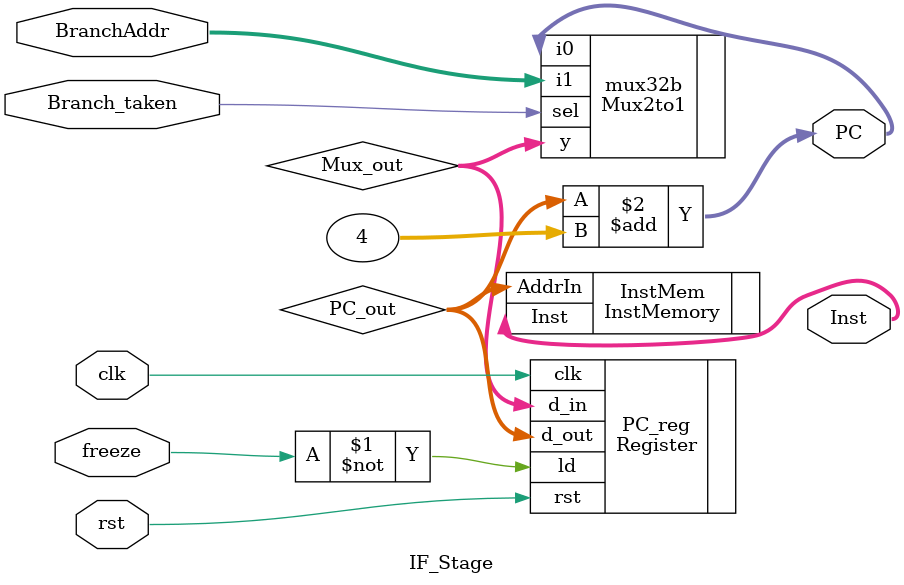
<source format=v>
module IF_Stage (
    clk, rst, freeze, Branch_taken,
    BranchAddr,
    PC, Inst
);
    input clk, rst, freeze, Branch_taken;
    input [31:0] BranchAddr;
    output [31:0] PC, Inst;

    wire [31:0] PC_out;
    wire [31:0] Mux_out;

    Register #(.N(32))
        PC_reg (
            .clk(clk),
            .rst(rst), 
            .ld(~freeze), 
            .d_in(Mux_out),
            .d_out(PC_out)
        );

    Mux2to1 #(.N(32))
        mux32b (
            .i0(PC), 
            .i1(BranchAddr), 
            .sel(Branch_taken), 
            .y(Mux_out)
        );

    InstMemory InstMem (
        .AddrIn(PC_out),
        .Inst(Inst)
    );

    assign PC = PC_out + 32'd4;    

endmodule
</source>
